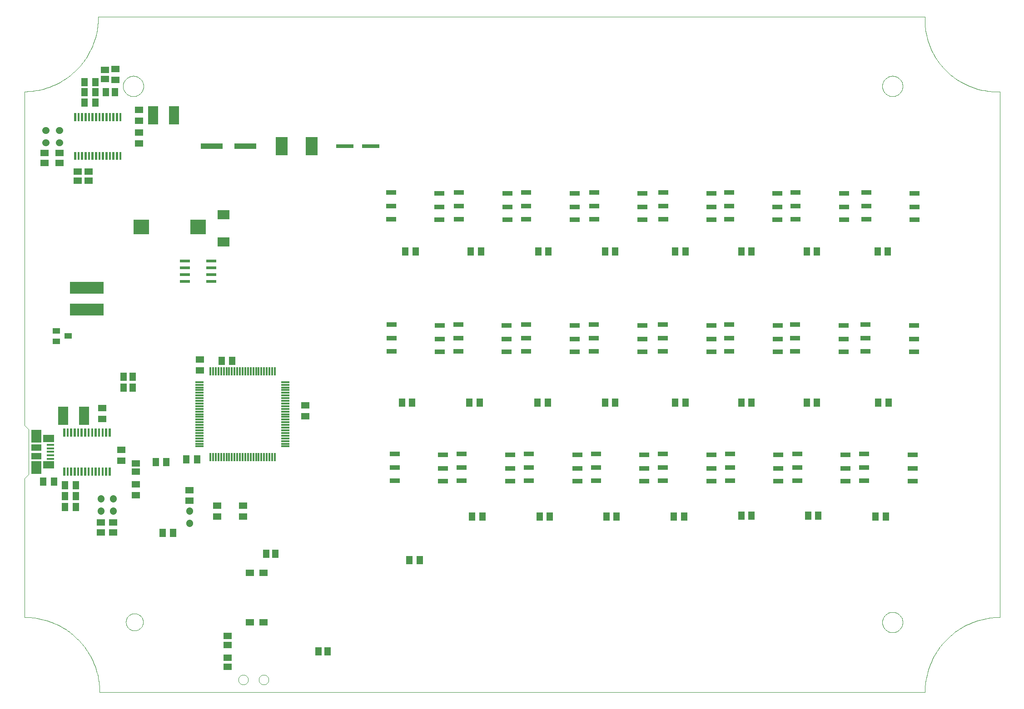
<source format=gtp>
G75*
%MOIN*%
%OFA0B0*%
%FSLAX24Y24*%
%IPPOS*%
%LPD*%
%AMOC8*
5,1,8,0,0,1.08239X$1,22.5*
%
%ADD10C,0.0000*%
%ADD11R,0.0512X0.0630*%
%ADD12R,0.0630X0.0512*%
%ADD13R,0.0591X0.0512*%
%ADD14R,0.0591X0.0118*%
%ADD15R,0.0118X0.0591*%
%ADD16R,0.0512X0.0591*%
%ADD17C,0.0450*%
%ADD18C,0.0030*%
%ADD19R,0.0748X0.1339*%
%ADD20R,0.0760X0.0380*%
%ADD21R,0.0780X0.0220*%
%ADD22R,0.0551X0.0394*%
%ADD23R,0.0543X0.0177*%
%ADD24R,0.0827X0.0581*%
%ADD25R,0.0748X0.0935*%
%ADD26R,0.0748X0.0463*%
%ADD27R,0.0630X0.0460*%
%ADD28R,0.0866X0.0709*%
%ADD29R,0.1150X0.1098*%
%ADD30R,0.2480X0.0866*%
%ADD31R,0.0890X0.1380*%
%ADD32R,0.1600X0.0430*%
%ADD33R,0.1280X0.0300*%
D10*
X007949Y012893D02*
X007947Y013039D01*
X007941Y013186D01*
X007931Y013332D01*
X007918Y013478D01*
X007900Y013623D01*
X007879Y013768D01*
X007854Y013912D01*
X007825Y014056D01*
X007792Y014198D01*
X007755Y014340D01*
X007715Y014481D01*
X007671Y014620D01*
X007623Y014759D01*
X007571Y014896D01*
X007516Y015032D01*
X007457Y015166D01*
X007395Y015298D01*
X007329Y015429D01*
X007260Y015558D01*
X007188Y015685D01*
X007112Y015810D01*
X007032Y015933D01*
X006950Y016054D01*
X006864Y016173D01*
X006775Y016289D01*
X006683Y016403D01*
X006588Y016515D01*
X006490Y016624D01*
X006390Y016730D01*
X006286Y016834D01*
X006180Y016934D01*
X006071Y017032D01*
X005959Y017127D01*
X005845Y017219D01*
X005729Y017308D01*
X005610Y017394D01*
X005489Y017476D01*
X005366Y017556D01*
X005241Y017632D01*
X005114Y017704D01*
X004985Y017773D01*
X004854Y017839D01*
X004722Y017901D01*
X004588Y017960D01*
X004452Y018015D01*
X004315Y018067D01*
X004176Y018115D01*
X004037Y018159D01*
X003896Y018199D01*
X003754Y018236D01*
X003612Y018269D01*
X003468Y018298D01*
X003324Y018323D01*
X003179Y018344D01*
X003034Y018362D01*
X002888Y018375D01*
X002742Y018385D01*
X002595Y018391D01*
X002449Y018393D01*
X002449Y028593D01*
X002749Y028893D01*
X002749Y032193D01*
X002449Y032493D01*
X002428Y056993D01*
X002428Y056994D02*
X002573Y056997D01*
X002718Y057004D01*
X002863Y057015D01*
X003008Y057029D01*
X003152Y057048D01*
X003296Y057070D01*
X003439Y057096D01*
X003581Y057126D01*
X003722Y057160D01*
X003863Y057197D01*
X004002Y057238D01*
X004141Y057283D01*
X004278Y057331D01*
X004413Y057384D01*
X004548Y057439D01*
X004680Y057498D01*
X004811Y057561D01*
X004941Y057628D01*
X005068Y057697D01*
X005194Y057770D01*
X005318Y057847D01*
X005439Y057926D01*
X005559Y058009D01*
X005676Y058095D01*
X005791Y058184D01*
X005903Y058276D01*
X006013Y058371D01*
X006121Y058469D01*
X006225Y058570D01*
X006327Y058674D01*
X006427Y058780D01*
X006523Y058889D01*
X006617Y059000D01*
X006707Y059114D01*
X006794Y059230D01*
X006879Y059348D01*
X006960Y059469D01*
X007038Y059592D01*
X007112Y059716D01*
X007183Y059843D01*
X007251Y059972D01*
X007316Y060102D01*
X007376Y060234D01*
X007434Y060368D01*
X007487Y060503D01*
X007538Y060639D01*
X007584Y060777D01*
X007627Y060916D01*
X007666Y061056D01*
X007701Y061197D01*
X007733Y061339D01*
X007761Y061481D01*
X007785Y061625D01*
X007805Y061769D01*
X007821Y061913D01*
X007834Y062058D01*
X007842Y062203D01*
X007847Y062348D01*
X007848Y062494D01*
X007849Y062493D02*
X068499Y062493D01*
X068499Y062494D02*
X068495Y062350D01*
X068494Y062207D01*
X068498Y062064D01*
X068506Y061921D01*
X068517Y061778D01*
X068533Y061635D01*
X068552Y061493D01*
X068575Y061352D01*
X068602Y061211D01*
X068633Y061071D01*
X068667Y060932D01*
X068705Y060794D01*
X068747Y060657D01*
X068793Y060521D01*
X068842Y060387D01*
X068895Y060254D01*
X068952Y060122D01*
X069012Y059992D01*
X069076Y059864D01*
X069143Y059737D01*
X069213Y059612D01*
X069287Y059489D01*
X069364Y059369D01*
X069445Y059250D01*
X069528Y059134D01*
X069615Y059020D01*
X069705Y058908D01*
X069797Y058799D01*
X069893Y058692D01*
X069992Y058588D01*
X070093Y058487D01*
X070197Y058388D01*
X070304Y058292D01*
X070413Y058200D01*
X070525Y058110D01*
X070639Y058023D01*
X070755Y057940D01*
X070874Y057859D01*
X070994Y057782D01*
X071117Y057708D01*
X071242Y057638D01*
X071369Y057571D01*
X071497Y057507D01*
X071627Y057447D01*
X071759Y057390D01*
X071892Y057337D01*
X072026Y057288D01*
X072162Y057242D01*
X072299Y057200D01*
X072437Y057162D01*
X072576Y057128D01*
X072716Y057097D01*
X072857Y057070D01*
X072998Y057047D01*
X073140Y057028D01*
X073283Y057012D01*
X073426Y057001D01*
X073569Y056993D01*
X073712Y056989D01*
X073855Y056990D01*
X073999Y056994D01*
X073999Y056993D02*
X073999Y018393D01*
X073853Y018391D01*
X073706Y018385D01*
X073560Y018375D01*
X073414Y018362D01*
X073269Y018344D01*
X073124Y018323D01*
X072980Y018298D01*
X072836Y018269D01*
X072694Y018236D01*
X072552Y018199D01*
X072411Y018159D01*
X072272Y018115D01*
X072133Y018067D01*
X071996Y018015D01*
X071860Y017960D01*
X071726Y017901D01*
X071594Y017839D01*
X071463Y017773D01*
X071334Y017704D01*
X071207Y017632D01*
X071082Y017556D01*
X070959Y017476D01*
X070838Y017394D01*
X070719Y017308D01*
X070603Y017219D01*
X070489Y017127D01*
X070377Y017032D01*
X070268Y016934D01*
X070162Y016834D01*
X070058Y016730D01*
X069958Y016624D01*
X069860Y016515D01*
X069765Y016403D01*
X069673Y016289D01*
X069584Y016173D01*
X069498Y016054D01*
X069416Y015933D01*
X069336Y015810D01*
X069260Y015685D01*
X069188Y015558D01*
X069119Y015429D01*
X069053Y015298D01*
X068991Y015166D01*
X068932Y015032D01*
X068877Y014896D01*
X068825Y014759D01*
X068777Y014620D01*
X068733Y014481D01*
X068693Y014340D01*
X068656Y014198D01*
X068623Y014056D01*
X068594Y013912D01*
X068569Y013768D01*
X068548Y013623D01*
X068530Y013478D01*
X068517Y013332D01*
X068507Y013186D01*
X068501Y013039D01*
X068499Y012893D01*
X007949Y012893D01*
X009881Y018037D02*
X009883Y018087D01*
X009889Y018137D01*
X009899Y018186D01*
X009913Y018234D01*
X009930Y018281D01*
X009951Y018326D01*
X009976Y018370D01*
X010004Y018411D01*
X010036Y018450D01*
X010070Y018487D01*
X010107Y018521D01*
X010147Y018551D01*
X010189Y018578D01*
X010233Y018602D01*
X010279Y018623D01*
X010326Y018639D01*
X010374Y018652D01*
X010424Y018661D01*
X010473Y018666D01*
X010524Y018667D01*
X010574Y018664D01*
X010623Y018657D01*
X010672Y018646D01*
X010720Y018631D01*
X010766Y018613D01*
X010811Y018591D01*
X010854Y018565D01*
X010895Y018536D01*
X010934Y018504D01*
X010970Y018469D01*
X011002Y018431D01*
X011032Y018391D01*
X011059Y018348D01*
X011082Y018304D01*
X011101Y018258D01*
X011117Y018210D01*
X011129Y018161D01*
X011137Y018112D01*
X011141Y018062D01*
X011141Y018012D01*
X011137Y017962D01*
X011129Y017913D01*
X011117Y017864D01*
X011101Y017816D01*
X011082Y017770D01*
X011059Y017726D01*
X011032Y017683D01*
X011002Y017643D01*
X010970Y017605D01*
X010934Y017570D01*
X010895Y017538D01*
X010854Y017509D01*
X010811Y017483D01*
X010766Y017461D01*
X010720Y017443D01*
X010672Y017428D01*
X010623Y017417D01*
X010574Y017410D01*
X010524Y017407D01*
X010473Y017408D01*
X010424Y017413D01*
X010374Y017422D01*
X010326Y017435D01*
X010279Y017451D01*
X010233Y017472D01*
X010189Y017496D01*
X010147Y017523D01*
X010107Y017553D01*
X010070Y017587D01*
X010036Y017624D01*
X010004Y017663D01*
X009976Y017704D01*
X009951Y017748D01*
X009930Y017793D01*
X009913Y017840D01*
X009899Y017888D01*
X009889Y017937D01*
X009883Y017987D01*
X009881Y018037D01*
X018137Y013802D02*
X018139Y013839D01*
X018145Y013876D01*
X018154Y013911D01*
X018168Y013946D01*
X018184Y013979D01*
X018205Y014010D01*
X018228Y014039D01*
X018254Y014065D01*
X018283Y014088D01*
X018314Y014109D01*
X018347Y014125D01*
X018382Y014139D01*
X018417Y014148D01*
X018454Y014154D01*
X018491Y014156D01*
X018528Y014154D01*
X018565Y014148D01*
X018600Y014139D01*
X018635Y014125D01*
X018668Y014109D01*
X018699Y014088D01*
X018728Y014065D01*
X018754Y014039D01*
X018777Y014010D01*
X018798Y013979D01*
X018814Y013946D01*
X018828Y013911D01*
X018837Y013876D01*
X018843Y013839D01*
X018845Y013802D01*
X018843Y013765D01*
X018837Y013728D01*
X018828Y013693D01*
X018814Y013658D01*
X018798Y013625D01*
X018777Y013594D01*
X018754Y013565D01*
X018728Y013539D01*
X018699Y013516D01*
X018668Y013495D01*
X018635Y013479D01*
X018600Y013465D01*
X018565Y013456D01*
X018528Y013450D01*
X018491Y013448D01*
X018454Y013450D01*
X018417Y013456D01*
X018382Y013465D01*
X018347Y013479D01*
X018314Y013495D01*
X018283Y013516D01*
X018254Y013539D01*
X018228Y013565D01*
X018205Y013594D01*
X018184Y013625D01*
X018168Y013658D01*
X018154Y013693D01*
X018145Y013728D01*
X018139Y013765D01*
X018137Y013802D01*
X019633Y013802D02*
X019635Y013839D01*
X019641Y013876D01*
X019650Y013911D01*
X019664Y013946D01*
X019680Y013979D01*
X019701Y014010D01*
X019724Y014039D01*
X019750Y014065D01*
X019779Y014088D01*
X019810Y014109D01*
X019843Y014125D01*
X019878Y014139D01*
X019913Y014148D01*
X019950Y014154D01*
X019987Y014156D01*
X020024Y014154D01*
X020061Y014148D01*
X020096Y014139D01*
X020131Y014125D01*
X020164Y014109D01*
X020195Y014088D01*
X020224Y014065D01*
X020250Y014039D01*
X020273Y014010D01*
X020294Y013979D01*
X020310Y013946D01*
X020324Y013911D01*
X020333Y013876D01*
X020339Y013839D01*
X020341Y013802D01*
X020339Y013765D01*
X020333Y013728D01*
X020324Y013693D01*
X020310Y013658D01*
X020294Y013625D01*
X020273Y013594D01*
X020250Y013565D01*
X020224Y013539D01*
X020195Y013516D01*
X020164Y013495D01*
X020131Y013479D01*
X020096Y013465D01*
X020061Y013456D01*
X020024Y013450D01*
X019987Y013448D01*
X019950Y013450D01*
X019913Y013456D01*
X019878Y013465D01*
X019843Y013479D01*
X019810Y013495D01*
X019779Y013516D01*
X019750Y013539D01*
X019724Y013565D01*
X019701Y013594D01*
X019680Y013625D01*
X019664Y013658D01*
X019650Y013693D01*
X019641Y013728D01*
X019635Y013765D01*
X019633Y013802D01*
X065377Y018021D02*
X065379Y018076D01*
X065385Y018130D01*
X065395Y018184D01*
X065409Y018236D01*
X065426Y018288D01*
X065448Y018338D01*
X065473Y018387D01*
X065501Y018434D01*
X065533Y018478D01*
X065568Y018520D01*
X065606Y018559D01*
X065647Y018596D01*
X065690Y018629D01*
X065735Y018659D01*
X065783Y018686D01*
X065832Y018709D01*
X065883Y018729D01*
X065936Y018745D01*
X065989Y018757D01*
X066043Y018765D01*
X066098Y018769D01*
X066152Y018769D01*
X066207Y018765D01*
X066261Y018757D01*
X066314Y018745D01*
X066367Y018729D01*
X066418Y018709D01*
X066467Y018686D01*
X066515Y018659D01*
X066560Y018629D01*
X066603Y018596D01*
X066644Y018559D01*
X066682Y018520D01*
X066717Y018478D01*
X066749Y018434D01*
X066777Y018387D01*
X066802Y018338D01*
X066824Y018288D01*
X066841Y018236D01*
X066855Y018184D01*
X066865Y018130D01*
X066871Y018076D01*
X066873Y018021D01*
X066871Y017966D01*
X066865Y017912D01*
X066855Y017858D01*
X066841Y017806D01*
X066824Y017754D01*
X066802Y017704D01*
X066777Y017655D01*
X066749Y017608D01*
X066717Y017564D01*
X066682Y017522D01*
X066644Y017483D01*
X066603Y017446D01*
X066560Y017413D01*
X066515Y017383D01*
X066467Y017356D01*
X066418Y017333D01*
X066367Y017313D01*
X066314Y017297D01*
X066261Y017285D01*
X066207Y017277D01*
X066152Y017273D01*
X066098Y017273D01*
X066043Y017277D01*
X065989Y017285D01*
X065936Y017297D01*
X065883Y017313D01*
X065832Y017333D01*
X065783Y017356D01*
X065735Y017383D01*
X065690Y017413D01*
X065647Y017446D01*
X065606Y017483D01*
X065568Y017522D01*
X065533Y017564D01*
X065501Y017608D01*
X065473Y017655D01*
X065448Y017704D01*
X065426Y017754D01*
X065409Y017806D01*
X065395Y017858D01*
X065385Y017912D01*
X065379Y017966D01*
X065377Y018021D01*
X065377Y057391D02*
X065379Y057446D01*
X065385Y057500D01*
X065395Y057554D01*
X065409Y057606D01*
X065426Y057658D01*
X065448Y057708D01*
X065473Y057757D01*
X065501Y057804D01*
X065533Y057848D01*
X065568Y057890D01*
X065606Y057929D01*
X065647Y057966D01*
X065690Y057999D01*
X065735Y058029D01*
X065783Y058056D01*
X065832Y058079D01*
X065883Y058099D01*
X065936Y058115D01*
X065989Y058127D01*
X066043Y058135D01*
X066098Y058139D01*
X066152Y058139D01*
X066207Y058135D01*
X066261Y058127D01*
X066314Y058115D01*
X066367Y058099D01*
X066418Y058079D01*
X066467Y058056D01*
X066515Y058029D01*
X066560Y057999D01*
X066603Y057966D01*
X066644Y057929D01*
X066682Y057890D01*
X066717Y057848D01*
X066749Y057804D01*
X066777Y057757D01*
X066802Y057708D01*
X066824Y057658D01*
X066841Y057606D01*
X066855Y057554D01*
X066865Y057500D01*
X066871Y057446D01*
X066873Y057391D01*
X066871Y057336D01*
X066865Y057282D01*
X066855Y057228D01*
X066841Y057176D01*
X066824Y057124D01*
X066802Y057074D01*
X066777Y057025D01*
X066749Y056978D01*
X066717Y056934D01*
X066682Y056892D01*
X066644Y056853D01*
X066603Y056816D01*
X066560Y056783D01*
X066515Y056753D01*
X066467Y056726D01*
X066418Y056703D01*
X066367Y056683D01*
X066314Y056667D01*
X066261Y056655D01*
X066207Y056647D01*
X066152Y056643D01*
X066098Y056643D01*
X066043Y056647D01*
X065989Y056655D01*
X065936Y056667D01*
X065883Y056683D01*
X065832Y056703D01*
X065783Y056726D01*
X065735Y056753D01*
X065690Y056783D01*
X065647Y056816D01*
X065606Y056853D01*
X065568Y056892D01*
X065533Y056934D01*
X065501Y056978D01*
X065473Y057025D01*
X065448Y057074D01*
X065426Y057124D01*
X065409Y057176D01*
X065395Y057228D01*
X065385Y057282D01*
X065379Y057336D01*
X065377Y057391D01*
X009668Y057391D02*
X009670Y057446D01*
X009676Y057500D01*
X009686Y057554D01*
X009700Y057606D01*
X009717Y057658D01*
X009739Y057708D01*
X009764Y057757D01*
X009792Y057804D01*
X009824Y057848D01*
X009859Y057890D01*
X009897Y057929D01*
X009938Y057966D01*
X009981Y057999D01*
X010026Y058029D01*
X010074Y058056D01*
X010123Y058079D01*
X010174Y058099D01*
X010227Y058115D01*
X010280Y058127D01*
X010334Y058135D01*
X010389Y058139D01*
X010443Y058139D01*
X010498Y058135D01*
X010552Y058127D01*
X010605Y058115D01*
X010658Y058099D01*
X010709Y058079D01*
X010758Y058056D01*
X010806Y058029D01*
X010851Y057999D01*
X010894Y057966D01*
X010935Y057929D01*
X010973Y057890D01*
X011008Y057848D01*
X011040Y057804D01*
X011068Y057757D01*
X011093Y057708D01*
X011115Y057658D01*
X011132Y057606D01*
X011146Y057554D01*
X011156Y057500D01*
X011162Y057446D01*
X011164Y057391D01*
X011162Y057336D01*
X011156Y057282D01*
X011146Y057228D01*
X011132Y057176D01*
X011115Y057124D01*
X011093Y057074D01*
X011068Y057025D01*
X011040Y056978D01*
X011008Y056934D01*
X010973Y056892D01*
X010935Y056853D01*
X010894Y056816D01*
X010851Y056783D01*
X010806Y056753D01*
X010758Y056726D01*
X010709Y056703D01*
X010658Y056683D01*
X010605Y056667D01*
X010552Y056655D01*
X010498Y056647D01*
X010443Y056643D01*
X010389Y056643D01*
X010334Y056647D01*
X010280Y056655D01*
X010227Y056667D01*
X010174Y056683D01*
X010123Y056703D01*
X010074Y056726D01*
X010026Y056753D01*
X009981Y056783D01*
X009938Y056816D01*
X009897Y056853D01*
X009859Y056892D01*
X009824Y056934D01*
X009792Y056978D01*
X009764Y057025D01*
X009739Y057074D01*
X009717Y057124D01*
X009700Y057176D01*
X009686Y057228D01*
X009676Y057282D01*
X009670Y057336D01*
X009668Y057391D01*
D11*
X007642Y057693D03*
X007642Y056943D03*
X007642Y056193D03*
X006855Y056193D03*
X006855Y056943D03*
X006855Y057693D03*
X016899Y037215D03*
X017686Y037215D03*
X015092Y029993D03*
X014305Y029993D03*
X013348Y024602D03*
X012561Y024602D03*
X006192Y026493D03*
X005405Y026493D03*
X005405Y027293D03*
X006192Y027293D03*
X006192Y028093D03*
X005405Y028093D03*
X004592Y028343D03*
X003805Y028343D03*
D12*
X009549Y029900D03*
X009549Y030687D03*
X008149Y032950D03*
X008149Y033737D03*
X015299Y036530D03*
X015299Y037317D03*
X023049Y033937D03*
X023049Y033150D03*
X018477Y026576D03*
X018477Y025789D03*
X016577Y025789D03*
X016577Y026576D03*
X010599Y027350D03*
X010599Y028137D03*
X010849Y053200D03*
X010849Y053987D03*
X010849Y054850D03*
X010849Y055637D03*
X009099Y057850D03*
X009099Y058637D03*
D13*
X008349Y058578D03*
X008349Y057909D03*
X005000Y052493D03*
X003900Y052493D03*
X003900Y051745D03*
X005000Y051745D03*
X006349Y051128D03*
X006349Y050459D03*
X007149Y050459D03*
X007149Y051128D03*
X014549Y027717D03*
X014549Y026969D03*
X008949Y025367D03*
X008949Y024619D03*
X008049Y024619D03*
X008049Y025367D03*
X018968Y021637D03*
X019964Y021637D03*
X019964Y018015D03*
X018968Y018015D03*
X017349Y017028D03*
X017349Y016359D03*
X017349Y015428D03*
X017349Y014759D03*
D14*
X015288Y030937D03*
X015288Y031134D03*
X015288Y031331D03*
X015288Y031528D03*
X015288Y031725D03*
X015288Y031922D03*
X015288Y032118D03*
X015288Y032315D03*
X015288Y032512D03*
X015288Y032709D03*
X015288Y032906D03*
X015288Y033103D03*
X015288Y033300D03*
X015288Y033496D03*
X015288Y033693D03*
X015288Y033890D03*
X015288Y034087D03*
X015288Y034284D03*
X015288Y034481D03*
X015288Y034678D03*
X015288Y034874D03*
X015288Y035071D03*
X015288Y035268D03*
X015288Y035465D03*
X015288Y035662D03*
X021587Y035662D03*
X021587Y035465D03*
X021587Y035268D03*
X021587Y035071D03*
X021587Y034874D03*
X021587Y034678D03*
X021587Y034481D03*
X021587Y034284D03*
X021587Y034087D03*
X021587Y033890D03*
X021587Y033693D03*
X021587Y033496D03*
X021587Y033300D03*
X021587Y033103D03*
X021587Y032906D03*
X021587Y032709D03*
X021587Y032512D03*
X021587Y032315D03*
X021587Y032118D03*
X021587Y031922D03*
X021587Y031725D03*
X021587Y031528D03*
X021587Y031331D03*
X021587Y031134D03*
X021587Y030937D03*
D15*
X020800Y030150D03*
X020603Y030150D03*
X020406Y030150D03*
X020209Y030150D03*
X020012Y030150D03*
X019816Y030150D03*
X019619Y030150D03*
X019422Y030150D03*
X019225Y030150D03*
X019028Y030150D03*
X018831Y030150D03*
X018635Y030150D03*
X018438Y030150D03*
X018241Y030150D03*
X018044Y030150D03*
X017847Y030150D03*
X017650Y030150D03*
X017453Y030150D03*
X017257Y030150D03*
X017060Y030150D03*
X016863Y030150D03*
X016666Y030150D03*
X016469Y030150D03*
X016272Y030150D03*
X016075Y030150D03*
X016075Y036449D03*
X016272Y036449D03*
X016469Y036449D03*
X016666Y036449D03*
X016863Y036449D03*
X017060Y036449D03*
X017257Y036449D03*
X017453Y036449D03*
X017650Y036449D03*
X017847Y036449D03*
X018044Y036449D03*
X018241Y036449D03*
X018438Y036449D03*
X018635Y036449D03*
X018831Y036449D03*
X019028Y036449D03*
X019225Y036449D03*
X019422Y036449D03*
X019619Y036449D03*
X019816Y036449D03*
X020012Y036449D03*
X020209Y036449D03*
X020406Y036449D03*
X020603Y036449D03*
X020800Y036449D03*
D16*
X012823Y029793D03*
X012074Y029793D03*
X010383Y035243D03*
X009714Y035243D03*
X009714Y036043D03*
X010383Y036043D03*
X020166Y023044D03*
X020835Y023044D03*
X023989Y015893D03*
X024658Y015893D03*
X030674Y022573D03*
X031423Y022573D03*
X035274Y025793D03*
X036023Y025793D03*
X040224Y025793D03*
X040973Y025793D03*
X045124Y025793D03*
X045873Y025793D03*
X050074Y025793D03*
X050823Y025793D03*
X055024Y025843D03*
X055773Y025843D03*
X059924Y025843D03*
X060673Y025843D03*
X064874Y025793D03*
X065623Y025793D03*
X065823Y034143D03*
X065074Y034143D03*
X060573Y034143D03*
X059824Y034143D03*
X055773Y034143D03*
X055024Y034143D03*
X050923Y034143D03*
X050174Y034143D03*
X045773Y034143D03*
X045024Y034143D03*
X040823Y034143D03*
X040074Y034143D03*
X035823Y034143D03*
X035074Y034143D03*
X030873Y034143D03*
X030124Y034143D03*
X030374Y045243D03*
X031123Y045243D03*
X035174Y045243D03*
X035923Y045243D03*
X040124Y045243D03*
X040873Y045243D03*
X045024Y045243D03*
X045773Y045243D03*
X050174Y045243D03*
X050923Y045243D03*
X055024Y045243D03*
X055773Y045243D03*
X059824Y045243D03*
X060573Y045243D03*
X065024Y045243D03*
X065773Y045243D03*
X009083Y056943D03*
X008414Y056943D03*
D17*
X005025Y054154D02*
X004975Y054154D01*
X005025Y054154D02*
X005025Y054104D01*
X004975Y054104D01*
X004975Y054154D01*
X004975Y053254D02*
X005025Y053254D01*
X005025Y053204D01*
X004975Y053204D01*
X004975Y053254D01*
X004025Y053254D02*
X003975Y053254D01*
X004025Y053254D02*
X004025Y053204D01*
X003975Y053204D01*
X003975Y053254D01*
X003975Y054154D02*
X004025Y054154D01*
X004025Y054104D01*
X003975Y054104D01*
X003975Y054154D01*
X008024Y027118D02*
X008074Y027118D01*
X008074Y027068D01*
X008024Y027068D01*
X008024Y027118D01*
X008924Y027118D02*
X008974Y027118D01*
X008974Y027068D01*
X008924Y027068D01*
X008924Y027118D01*
X008924Y026218D02*
X008974Y026218D01*
X008974Y026168D01*
X008924Y026168D01*
X008924Y026218D01*
X008074Y026218D02*
X008024Y026218D01*
X008074Y026218D02*
X008074Y026168D01*
X008024Y026168D01*
X008024Y026218D01*
X014524Y026168D02*
X014574Y026168D01*
X014524Y026168D02*
X014524Y026218D01*
X014574Y026218D01*
X014574Y026168D01*
X014574Y025268D02*
X014524Y025268D01*
X014524Y025318D01*
X014574Y025318D01*
X014574Y025268D01*
D18*
X008722Y029396D02*
X008602Y029396D01*
X008722Y029396D02*
X008722Y028836D01*
X008602Y028836D01*
X008602Y029396D01*
X008602Y028865D02*
X008722Y028865D01*
X008722Y028894D02*
X008602Y028894D01*
X008602Y028923D02*
X008722Y028923D01*
X008722Y028952D02*
X008602Y028952D01*
X008602Y028981D02*
X008722Y028981D01*
X008722Y029010D02*
X008602Y029010D01*
X008602Y029039D02*
X008722Y029039D01*
X008722Y029068D02*
X008602Y029068D01*
X008602Y029097D02*
X008722Y029097D01*
X008722Y029126D02*
X008602Y029126D01*
X008602Y029155D02*
X008722Y029155D01*
X008722Y029184D02*
X008602Y029184D01*
X008602Y029213D02*
X008722Y029213D01*
X008722Y029242D02*
X008602Y029242D01*
X008602Y029271D02*
X008722Y029271D01*
X008722Y029300D02*
X008602Y029300D01*
X008602Y029329D02*
X008722Y029329D01*
X008722Y029358D02*
X008602Y029358D01*
X008602Y029387D02*
X008722Y029387D01*
X008466Y029396D02*
X008346Y029396D01*
X008466Y029396D02*
X008466Y028836D01*
X008346Y028836D01*
X008346Y029396D01*
X008346Y028865D02*
X008466Y028865D01*
X008466Y028894D02*
X008346Y028894D01*
X008346Y028923D02*
X008466Y028923D01*
X008466Y028952D02*
X008346Y028952D01*
X008346Y028981D02*
X008466Y028981D01*
X008466Y029010D02*
X008346Y029010D01*
X008346Y029039D02*
X008466Y029039D01*
X008466Y029068D02*
X008346Y029068D01*
X008346Y029097D02*
X008466Y029097D01*
X008466Y029126D02*
X008346Y029126D01*
X008346Y029155D02*
X008466Y029155D01*
X008466Y029184D02*
X008346Y029184D01*
X008346Y029213D02*
X008466Y029213D01*
X008466Y029242D02*
X008346Y029242D01*
X008346Y029271D02*
X008466Y029271D01*
X008466Y029300D02*
X008346Y029300D01*
X008346Y029329D02*
X008466Y029329D01*
X008466Y029358D02*
X008346Y029358D01*
X008346Y029387D02*
X008466Y029387D01*
X008210Y029396D02*
X008090Y029396D01*
X008210Y029396D02*
X008210Y028836D01*
X008090Y028836D01*
X008090Y029396D01*
X008090Y028865D02*
X008210Y028865D01*
X008210Y028894D02*
X008090Y028894D01*
X008090Y028923D02*
X008210Y028923D01*
X008210Y028952D02*
X008090Y028952D01*
X008090Y028981D02*
X008210Y028981D01*
X008210Y029010D02*
X008090Y029010D01*
X008090Y029039D02*
X008210Y029039D01*
X008210Y029068D02*
X008090Y029068D01*
X008090Y029097D02*
X008210Y029097D01*
X008210Y029126D02*
X008090Y029126D01*
X008090Y029155D02*
X008210Y029155D01*
X008210Y029184D02*
X008090Y029184D01*
X008090Y029213D02*
X008210Y029213D01*
X008210Y029242D02*
X008090Y029242D01*
X008090Y029271D02*
X008210Y029271D01*
X008210Y029300D02*
X008090Y029300D01*
X008090Y029329D02*
X008210Y029329D01*
X008210Y029358D02*
X008090Y029358D01*
X008090Y029387D02*
X008210Y029387D01*
X007954Y029396D02*
X007834Y029396D01*
X007954Y029396D02*
X007954Y028836D01*
X007834Y028836D01*
X007834Y029396D01*
X007834Y028865D02*
X007954Y028865D01*
X007954Y028894D02*
X007834Y028894D01*
X007834Y028923D02*
X007954Y028923D01*
X007954Y028952D02*
X007834Y028952D01*
X007834Y028981D02*
X007954Y028981D01*
X007954Y029010D02*
X007834Y029010D01*
X007834Y029039D02*
X007954Y029039D01*
X007954Y029068D02*
X007834Y029068D01*
X007834Y029097D02*
X007954Y029097D01*
X007954Y029126D02*
X007834Y029126D01*
X007834Y029155D02*
X007954Y029155D01*
X007954Y029184D02*
X007834Y029184D01*
X007834Y029213D02*
X007954Y029213D01*
X007954Y029242D02*
X007834Y029242D01*
X007834Y029271D02*
X007954Y029271D01*
X007954Y029300D02*
X007834Y029300D01*
X007834Y029329D02*
X007954Y029329D01*
X007954Y029358D02*
X007834Y029358D01*
X007834Y029387D02*
X007954Y029387D01*
X007698Y029396D02*
X007578Y029396D01*
X007698Y029396D02*
X007698Y028836D01*
X007578Y028836D01*
X007578Y029396D01*
X007578Y028865D02*
X007698Y028865D01*
X007698Y028894D02*
X007578Y028894D01*
X007578Y028923D02*
X007698Y028923D01*
X007698Y028952D02*
X007578Y028952D01*
X007578Y028981D02*
X007698Y028981D01*
X007698Y029010D02*
X007578Y029010D01*
X007578Y029039D02*
X007698Y029039D01*
X007698Y029068D02*
X007578Y029068D01*
X007578Y029097D02*
X007698Y029097D01*
X007698Y029126D02*
X007578Y029126D01*
X007578Y029155D02*
X007698Y029155D01*
X007698Y029184D02*
X007578Y029184D01*
X007578Y029213D02*
X007698Y029213D01*
X007698Y029242D02*
X007578Y029242D01*
X007578Y029271D02*
X007698Y029271D01*
X007698Y029300D02*
X007578Y029300D01*
X007578Y029329D02*
X007698Y029329D01*
X007698Y029358D02*
X007578Y029358D01*
X007578Y029387D02*
X007698Y029387D01*
X007442Y029396D02*
X007322Y029396D01*
X007442Y029396D02*
X007442Y028836D01*
X007322Y028836D01*
X007322Y029396D01*
X007322Y028865D02*
X007442Y028865D01*
X007442Y028894D02*
X007322Y028894D01*
X007322Y028923D02*
X007442Y028923D01*
X007442Y028952D02*
X007322Y028952D01*
X007322Y028981D02*
X007442Y028981D01*
X007442Y029010D02*
X007322Y029010D01*
X007322Y029039D02*
X007442Y029039D01*
X007442Y029068D02*
X007322Y029068D01*
X007322Y029097D02*
X007442Y029097D01*
X007442Y029126D02*
X007322Y029126D01*
X007322Y029155D02*
X007442Y029155D01*
X007442Y029184D02*
X007322Y029184D01*
X007322Y029213D02*
X007442Y029213D01*
X007442Y029242D02*
X007322Y029242D01*
X007322Y029271D02*
X007442Y029271D01*
X007442Y029300D02*
X007322Y029300D01*
X007322Y029329D02*
X007442Y029329D01*
X007442Y029358D02*
X007322Y029358D01*
X007322Y029387D02*
X007442Y029387D01*
X007186Y029396D02*
X007066Y029396D01*
X007186Y029396D02*
X007186Y028836D01*
X007066Y028836D01*
X007066Y029396D01*
X007066Y028865D02*
X007186Y028865D01*
X007186Y028894D02*
X007066Y028894D01*
X007066Y028923D02*
X007186Y028923D01*
X007186Y028952D02*
X007066Y028952D01*
X007066Y028981D02*
X007186Y028981D01*
X007186Y029010D02*
X007066Y029010D01*
X007066Y029039D02*
X007186Y029039D01*
X007186Y029068D02*
X007066Y029068D01*
X007066Y029097D02*
X007186Y029097D01*
X007186Y029126D02*
X007066Y029126D01*
X007066Y029155D02*
X007186Y029155D01*
X007186Y029184D02*
X007066Y029184D01*
X007066Y029213D02*
X007186Y029213D01*
X007186Y029242D02*
X007066Y029242D01*
X007066Y029271D02*
X007186Y029271D01*
X007186Y029300D02*
X007066Y029300D01*
X007066Y029329D02*
X007186Y029329D01*
X007186Y029358D02*
X007066Y029358D01*
X007066Y029387D02*
X007186Y029387D01*
X006931Y029396D02*
X006811Y029396D01*
X006931Y029396D02*
X006931Y028836D01*
X006811Y028836D01*
X006811Y029396D01*
X006811Y028865D02*
X006931Y028865D01*
X006931Y028894D02*
X006811Y028894D01*
X006811Y028923D02*
X006931Y028923D01*
X006931Y028952D02*
X006811Y028952D01*
X006811Y028981D02*
X006931Y028981D01*
X006931Y029010D02*
X006811Y029010D01*
X006811Y029039D02*
X006931Y029039D01*
X006931Y029068D02*
X006811Y029068D01*
X006811Y029097D02*
X006931Y029097D01*
X006931Y029126D02*
X006811Y029126D01*
X006811Y029155D02*
X006931Y029155D01*
X006931Y029184D02*
X006811Y029184D01*
X006811Y029213D02*
X006931Y029213D01*
X006931Y029242D02*
X006811Y029242D01*
X006811Y029271D02*
X006931Y029271D01*
X006931Y029300D02*
X006811Y029300D01*
X006811Y029329D02*
X006931Y029329D01*
X006931Y029358D02*
X006811Y029358D01*
X006811Y029387D02*
X006931Y029387D01*
X006675Y029396D02*
X006555Y029396D01*
X006675Y029396D02*
X006675Y028836D01*
X006555Y028836D01*
X006555Y029396D01*
X006555Y028865D02*
X006675Y028865D01*
X006675Y028894D02*
X006555Y028894D01*
X006555Y028923D02*
X006675Y028923D01*
X006675Y028952D02*
X006555Y028952D01*
X006555Y028981D02*
X006675Y028981D01*
X006675Y029010D02*
X006555Y029010D01*
X006555Y029039D02*
X006675Y029039D01*
X006675Y029068D02*
X006555Y029068D01*
X006555Y029097D02*
X006675Y029097D01*
X006675Y029126D02*
X006555Y029126D01*
X006555Y029155D02*
X006675Y029155D01*
X006675Y029184D02*
X006555Y029184D01*
X006555Y029213D02*
X006675Y029213D01*
X006675Y029242D02*
X006555Y029242D01*
X006555Y029271D02*
X006675Y029271D01*
X006675Y029300D02*
X006555Y029300D01*
X006555Y029329D02*
X006675Y029329D01*
X006675Y029358D02*
X006555Y029358D01*
X006555Y029387D02*
X006675Y029387D01*
X006419Y029396D02*
X006299Y029396D01*
X006419Y029396D02*
X006419Y028836D01*
X006299Y028836D01*
X006299Y029396D01*
X006299Y028865D02*
X006419Y028865D01*
X006419Y028894D02*
X006299Y028894D01*
X006299Y028923D02*
X006419Y028923D01*
X006419Y028952D02*
X006299Y028952D01*
X006299Y028981D02*
X006419Y028981D01*
X006419Y029010D02*
X006299Y029010D01*
X006299Y029039D02*
X006419Y029039D01*
X006419Y029068D02*
X006299Y029068D01*
X006299Y029097D02*
X006419Y029097D01*
X006419Y029126D02*
X006299Y029126D01*
X006299Y029155D02*
X006419Y029155D01*
X006419Y029184D02*
X006299Y029184D01*
X006299Y029213D02*
X006419Y029213D01*
X006419Y029242D02*
X006299Y029242D01*
X006299Y029271D02*
X006419Y029271D01*
X006419Y029300D02*
X006299Y029300D01*
X006299Y029329D02*
X006419Y029329D01*
X006419Y029358D02*
X006299Y029358D01*
X006299Y029387D02*
X006419Y029387D01*
X006163Y029396D02*
X006043Y029396D01*
X006163Y029396D02*
X006163Y028836D01*
X006043Y028836D01*
X006043Y029396D01*
X006043Y028865D02*
X006163Y028865D01*
X006163Y028894D02*
X006043Y028894D01*
X006043Y028923D02*
X006163Y028923D01*
X006163Y028952D02*
X006043Y028952D01*
X006043Y028981D02*
X006163Y028981D01*
X006163Y029010D02*
X006043Y029010D01*
X006043Y029039D02*
X006163Y029039D01*
X006163Y029068D02*
X006043Y029068D01*
X006043Y029097D02*
X006163Y029097D01*
X006163Y029126D02*
X006043Y029126D01*
X006043Y029155D02*
X006163Y029155D01*
X006163Y029184D02*
X006043Y029184D01*
X006043Y029213D02*
X006163Y029213D01*
X006163Y029242D02*
X006043Y029242D01*
X006043Y029271D02*
X006163Y029271D01*
X006163Y029300D02*
X006043Y029300D01*
X006043Y029329D02*
X006163Y029329D01*
X006163Y029358D02*
X006043Y029358D01*
X006043Y029387D02*
X006163Y029387D01*
X005907Y029396D02*
X005787Y029396D01*
X005907Y029396D02*
X005907Y028836D01*
X005787Y028836D01*
X005787Y029396D01*
X005787Y028865D02*
X005907Y028865D01*
X005907Y028894D02*
X005787Y028894D01*
X005787Y028923D02*
X005907Y028923D01*
X005907Y028952D02*
X005787Y028952D01*
X005787Y028981D02*
X005907Y028981D01*
X005907Y029010D02*
X005787Y029010D01*
X005787Y029039D02*
X005907Y029039D01*
X005907Y029068D02*
X005787Y029068D01*
X005787Y029097D02*
X005907Y029097D01*
X005907Y029126D02*
X005787Y029126D01*
X005787Y029155D02*
X005907Y029155D01*
X005907Y029184D02*
X005787Y029184D01*
X005787Y029213D02*
X005907Y029213D01*
X005907Y029242D02*
X005787Y029242D01*
X005787Y029271D02*
X005907Y029271D01*
X005907Y029300D02*
X005787Y029300D01*
X005787Y029329D02*
X005907Y029329D01*
X005907Y029358D02*
X005787Y029358D01*
X005787Y029387D02*
X005907Y029387D01*
X005651Y029396D02*
X005531Y029396D01*
X005651Y029396D02*
X005651Y028836D01*
X005531Y028836D01*
X005531Y029396D01*
X005531Y028865D02*
X005651Y028865D01*
X005651Y028894D02*
X005531Y028894D01*
X005531Y028923D02*
X005651Y028923D01*
X005651Y028952D02*
X005531Y028952D01*
X005531Y028981D02*
X005651Y028981D01*
X005651Y029010D02*
X005531Y029010D01*
X005531Y029039D02*
X005651Y029039D01*
X005651Y029068D02*
X005531Y029068D01*
X005531Y029097D02*
X005651Y029097D01*
X005651Y029126D02*
X005531Y029126D01*
X005531Y029155D02*
X005651Y029155D01*
X005651Y029184D02*
X005531Y029184D01*
X005531Y029213D02*
X005651Y029213D01*
X005651Y029242D02*
X005531Y029242D01*
X005531Y029271D02*
X005651Y029271D01*
X005651Y029300D02*
X005531Y029300D01*
X005531Y029329D02*
X005651Y029329D01*
X005651Y029358D02*
X005531Y029358D01*
X005531Y029387D02*
X005651Y029387D01*
X005395Y029396D02*
X005275Y029396D01*
X005395Y029396D02*
X005395Y028836D01*
X005275Y028836D01*
X005275Y029396D01*
X005275Y028865D02*
X005395Y028865D01*
X005395Y028894D02*
X005275Y028894D01*
X005275Y028923D02*
X005395Y028923D01*
X005395Y028952D02*
X005275Y028952D01*
X005275Y028981D02*
X005395Y028981D01*
X005395Y029010D02*
X005275Y029010D01*
X005275Y029039D02*
X005395Y029039D01*
X005395Y029068D02*
X005275Y029068D01*
X005275Y029097D02*
X005395Y029097D01*
X005395Y029126D02*
X005275Y029126D01*
X005275Y029155D02*
X005395Y029155D01*
X005395Y029184D02*
X005275Y029184D01*
X005275Y029213D02*
X005395Y029213D01*
X005395Y029242D02*
X005275Y029242D01*
X005275Y029271D02*
X005395Y029271D01*
X005395Y029300D02*
X005275Y029300D01*
X005275Y029329D02*
X005395Y029329D01*
X005395Y029358D02*
X005275Y029358D01*
X005275Y029387D02*
X005395Y029387D01*
X005395Y032250D02*
X005275Y032250D01*
X005395Y032250D02*
X005395Y031690D01*
X005275Y031690D01*
X005275Y032250D01*
X005275Y031719D02*
X005395Y031719D01*
X005395Y031748D02*
X005275Y031748D01*
X005275Y031777D02*
X005395Y031777D01*
X005395Y031806D02*
X005275Y031806D01*
X005275Y031835D02*
X005395Y031835D01*
X005395Y031864D02*
X005275Y031864D01*
X005275Y031893D02*
X005395Y031893D01*
X005395Y031922D02*
X005275Y031922D01*
X005275Y031951D02*
X005395Y031951D01*
X005395Y031980D02*
X005275Y031980D01*
X005275Y032009D02*
X005395Y032009D01*
X005395Y032038D02*
X005275Y032038D01*
X005275Y032067D02*
X005395Y032067D01*
X005395Y032096D02*
X005275Y032096D01*
X005275Y032125D02*
X005395Y032125D01*
X005395Y032154D02*
X005275Y032154D01*
X005275Y032183D02*
X005395Y032183D01*
X005395Y032212D02*
X005275Y032212D01*
X005275Y032241D02*
X005395Y032241D01*
X005531Y032250D02*
X005651Y032250D01*
X005651Y031690D01*
X005531Y031690D01*
X005531Y032250D01*
X005531Y031719D02*
X005651Y031719D01*
X005651Y031748D02*
X005531Y031748D01*
X005531Y031777D02*
X005651Y031777D01*
X005651Y031806D02*
X005531Y031806D01*
X005531Y031835D02*
X005651Y031835D01*
X005651Y031864D02*
X005531Y031864D01*
X005531Y031893D02*
X005651Y031893D01*
X005651Y031922D02*
X005531Y031922D01*
X005531Y031951D02*
X005651Y031951D01*
X005651Y031980D02*
X005531Y031980D01*
X005531Y032009D02*
X005651Y032009D01*
X005651Y032038D02*
X005531Y032038D01*
X005531Y032067D02*
X005651Y032067D01*
X005651Y032096D02*
X005531Y032096D01*
X005531Y032125D02*
X005651Y032125D01*
X005651Y032154D02*
X005531Y032154D01*
X005531Y032183D02*
X005651Y032183D01*
X005651Y032212D02*
X005531Y032212D01*
X005531Y032241D02*
X005651Y032241D01*
X005787Y032250D02*
X005907Y032250D01*
X005907Y031690D01*
X005787Y031690D01*
X005787Y032250D01*
X005787Y031719D02*
X005907Y031719D01*
X005907Y031748D02*
X005787Y031748D01*
X005787Y031777D02*
X005907Y031777D01*
X005907Y031806D02*
X005787Y031806D01*
X005787Y031835D02*
X005907Y031835D01*
X005907Y031864D02*
X005787Y031864D01*
X005787Y031893D02*
X005907Y031893D01*
X005907Y031922D02*
X005787Y031922D01*
X005787Y031951D02*
X005907Y031951D01*
X005907Y031980D02*
X005787Y031980D01*
X005787Y032009D02*
X005907Y032009D01*
X005907Y032038D02*
X005787Y032038D01*
X005787Y032067D02*
X005907Y032067D01*
X005907Y032096D02*
X005787Y032096D01*
X005787Y032125D02*
X005907Y032125D01*
X005907Y032154D02*
X005787Y032154D01*
X005787Y032183D02*
X005907Y032183D01*
X005907Y032212D02*
X005787Y032212D01*
X005787Y032241D02*
X005907Y032241D01*
X006043Y032250D02*
X006163Y032250D01*
X006163Y031690D01*
X006043Y031690D01*
X006043Y032250D01*
X006043Y031719D02*
X006163Y031719D01*
X006163Y031748D02*
X006043Y031748D01*
X006043Y031777D02*
X006163Y031777D01*
X006163Y031806D02*
X006043Y031806D01*
X006043Y031835D02*
X006163Y031835D01*
X006163Y031864D02*
X006043Y031864D01*
X006043Y031893D02*
X006163Y031893D01*
X006163Y031922D02*
X006043Y031922D01*
X006043Y031951D02*
X006163Y031951D01*
X006163Y031980D02*
X006043Y031980D01*
X006043Y032009D02*
X006163Y032009D01*
X006163Y032038D02*
X006043Y032038D01*
X006043Y032067D02*
X006163Y032067D01*
X006163Y032096D02*
X006043Y032096D01*
X006043Y032125D02*
X006163Y032125D01*
X006163Y032154D02*
X006043Y032154D01*
X006043Y032183D02*
X006163Y032183D01*
X006163Y032212D02*
X006043Y032212D01*
X006043Y032241D02*
X006163Y032241D01*
X006299Y032250D02*
X006419Y032250D01*
X006419Y031690D01*
X006299Y031690D01*
X006299Y032250D01*
X006299Y031719D02*
X006419Y031719D01*
X006419Y031748D02*
X006299Y031748D01*
X006299Y031777D02*
X006419Y031777D01*
X006419Y031806D02*
X006299Y031806D01*
X006299Y031835D02*
X006419Y031835D01*
X006419Y031864D02*
X006299Y031864D01*
X006299Y031893D02*
X006419Y031893D01*
X006419Y031922D02*
X006299Y031922D01*
X006299Y031951D02*
X006419Y031951D01*
X006419Y031980D02*
X006299Y031980D01*
X006299Y032009D02*
X006419Y032009D01*
X006419Y032038D02*
X006299Y032038D01*
X006299Y032067D02*
X006419Y032067D01*
X006419Y032096D02*
X006299Y032096D01*
X006299Y032125D02*
X006419Y032125D01*
X006419Y032154D02*
X006299Y032154D01*
X006299Y032183D02*
X006419Y032183D01*
X006419Y032212D02*
X006299Y032212D01*
X006299Y032241D02*
X006419Y032241D01*
X006555Y032250D02*
X006675Y032250D01*
X006675Y031690D01*
X006555Y031690D01*
X006555Y032250D01*
X006555Y031719D02*
X006675Y031719D01*
X006675Y031748D02*
X006555Y031748D01*
X006555Y031777D02*
X006675Y031777D01*
X006675Y031806D02*
X006555Y031806D01*
X006555Y031835D02*
X006675Y031835D01*
X006675Y031864D02*
X006555Y031864D01*
X006555Y031893D02*
X006675Y031893D01*
X006675Y031922D02*
X006555Y031922D01*
X006555Y031951D02*
X006675Y031951D01*
X006675Y031980D02*
X006555Y031980D01*
X006555Y032009D02*
X006675Y032009D01*
X006675Y032038D02*
X006555Y032038D01*
X006555Y032067D02*
X006675Y032067D01*
X006675Y032096D02*
X006555Y032096D01*
X006555Y032125D02*
X006675Y032125D01*
X006675Y032154D02*
X006555Y032154D01*
X006555Y032183D02*
X006675Y032183D01*
X006675Y032212D02*
X006555Y032212D01*
X006555Y032241D02*
X006675Y032241D01*
X006811Y032250D02*
X006931Y032250D01*
X006931Y031690D01*
X006811Y031690D01*
X006811Y032250D01*
X006811Y031719D02*
X006931Y031719D01*
X006931Y031748D02*
X006811Y031748D01*
X006811Y031777D02*
X006931Y031777D01*
X006931Y031806D02*
X006811Y031806D01*
X006811Y031835D02*
X006931Y031835D01*
X006931Y031864D02*
X006811Y031864D01*
X006811Y031893D02*
X006931Y031893D01*
X006931Y031922D02*
X006811Y031922D01*
X006811Y031951D02*
X006931Y031951D01*
X006931Y031980D02*
X006811Y031980D01*
X006811Y032009D02*
X006931Y032009D01*
X006931Y032038D02*
X006811Y032038D01*
X006811Y032067D02*
X006931Y032067D01*
X006931Y032096D02*
X006811Y032096D01*
X006811Y032125D02*
X006931Y032125D01*
X006931Y032154D02*
X006811Y032154D01*
X006811Y032183D02*
X006931Y032183D01*
X006931Y032212D02*
X006811Y032212D01*
X006811Y032241D02*
X006931Y032241D01*
X007066Y032250D02*
X007186Y032250D01*
X007186Y031690D01*
X007066Y031690D01*
X007066Y032250D01*
X007066Y031719D02*
X007186Y031719D01*
X007186Y031748D02*
X007066Y031748D01*
X007066Y031777D02*
X007186Y031777D01*
X007186Y031806D02*
X007066Y031806D01*
X007066Y031835D02*
X007186Y031835D01*
X007186Y031864D02*
X007066Y031864D01*
X007066Y031893D02*
X007186Y031893D01*
X007186Y031922D02*
X007066Y031922D01*
X007066Y031951D02*
X007186Y031951D01*
X007186Y031980D02*
X007066Y031980D01*
X007066Y032009D02*
X007186Y032009D01*
X007186Y032038D02*
X007066Y032038D01*
X007066Y032067D02*
X007186Y032067D01*
X007186Y032096D02*
X007066Y032096D01*
X007066Y032125D02*
X007186Y032125D01*
X007186Y032154D02*
X007066Y032154D01*
X007066Y032183D02*
X007186Y032183D01*
X007186Y032212D02*
X007066Y032212D01*
X007066Y032241D02*
X007186Y032241D01*
X007322Y032250D02*
X007442Y032250D01*
X007442Y031690D01*
X007322Y031690D01*
X007322Y032250D01*
X007322Y031719D02*
X007442Y031719D01*
X007442Y031748D02*
X007322Y031748D01*
X007322Y031777D02*
X007442Y031777D01*
X007442Y031806D02*
X007322Y031806D01*
X007322Y031835D02*
X007442Y031835D01*
X007442Y031864D02*
X007322Y031864D01*
X007322Y031893D02*
X007442Y031893D01*
X007442Y031922D02*
X007322Y031922D01*
X007322Y031951D02*
X007442Y031951D01*
X007442Y031980D02*
X007322Y031980D01*
X007322Y032009D02*
X007442Y032009D01*
X007442Y032038D02*
X007322Y032038D01*
X007322Y032067D02*
X007442Y032067D01*
X007442Y032096D02*
X007322Y032096D01*
X007322Y032125D02*
X007442Y032125D01*
X007442Y032154D02*
X007322Y032154D01*
X007322Y032183D02*
X007442Y032183D01*
X007442Y032212D02*
X007322Y032212D01*
X007322Y032241D02*
X007442Y032241D01*
X007578Y032250D02*
X007698Y032250D01*
X007698Y031690D01*
X007578Y031690D01*
X007578Y032250D01*
X007578Y031719D02*
X007698Y031719D01*
X007698Y031748D02*
X007578Y031748D01*
X007578Y031777D02*
X007698Y031777D01*
X007698Y031806D02*
X007578Y031806D01*
X007578Y031835D02*
X007698Y031835D01*
X007698Y031864D02*
X007578Y031864D01*
X007578Y031893D02*
X007698Y031893D01*
X007698Y031922D02*
X007578Y031922D01*
X007578Y031951D02*
X007698Y031951D01*
X007698Y031980D02*
X007578Y031980D01*
X007578Y032009D02*
X007698Y032009D01*
X007698Y032038D02*
X007578Y032038D01*
X007578Y032067D02*
X007698Y032067D01*
X007698Y032096D02*
X007578Y032096D01*
X007578Y032125D02*
X007698Y032125D01*
X007698Y032154D02*
X007578Y032154D01*
X007578Y032183D02*
X007698Y032183D01*
X007698Y032212D02*
X007578Y032212D01*
X007578Y032241D02*
X007698Y032241D01*
X007834Y032250D02*
X007954Y032250D01*
X007954Y031690D01*
X007834Y031690D01*
X007834Y032250D01*
X007834Y031719D02*
X007954Y031719D01*
X007954Y031748D02*
X007834Y031748D01*
X007834Y031777D02*
X007954Y031777D01*
X007954Y031806D02*
X007834Y031806D01*
X007834Y031835D02*
X007954Y031835D01*
X007954Y031864D02*
X007834Y031864D01*
X007834Y031893D02*
X007954Y031893D01*
X007954Y031922D02*
X007834Y031922D01*
X007834Y031951D02*
X007954Y031951D01*
X007954Y031980D02*
X007834Y031980D01*
X007834Y032009D02*
X007954Y032009D01*
X007954Y032038D02*
X007834Y032038D01*
X007834Y032067D02*
X007954Y032067D01*
X007954Y032096D02*
X007834Y032096D01*
X007834Y032125D02*
X007954Y032125D01*
X007954Y032154D02*
X007834Y032154D01*
X007834Y032183D02*
X007954Y032183D01*
X007954Y032212D02*
X007834Y032212D01*
X007834Y032241D02*
X007954Y032241D01*
X008090Y032250D02*
X008210Y032250D01*
X008210Y031690D01*
X008090Y031690D01*
X008090Y032250D01*
X008090Y031719D02*
X008210Y031719D01*
X008210Y031748D02*
X008090Y031748D01*
X008090Y031777D02*
X008210Y031777D01*
X008210Y031806D02*
X008090Y031806D01*
X008090Y031835D02*
X008210Y031835D01*
X008210Y031864D02*
X008090Y031864D01*
X008090Y031893D02*
X008210Y031893D01*
X008210Y031922D02*
X008090Y031922D01*
X008090Y031951D02*
X008210Y031951D01*
X008210Y031980D02*
X008090Y031980D01*
X008090Y032009D02*
X008210Y032009D01*
X008210Y032038D02*
X008090Y032038D01*
X008090Y032067D02*
X008210Y032067D01*
X008210Y032096D02*
X008090Y032096D01*
X008090Y032125D02*
X008210Y032125D01*
X008210Y032154D02*
X008090Y032154D01*
X008090Y032183D02*
X008210Y032183D01*
X008210Y032212D02*
X008090Y032212D01*
X008090Y032241D02*
X008210Y032241D01*
X008346Y032250D02*
X008466Y032250D01*
X008466Y031690D01*
X008346Y031690D01*
X008346Y032250D01*
X008346Y031719D02*
X008466Y031719D01*
X008466Y031748D02*
X008346Y031748D01*
X008346Y031777D02*
X008466Y031777D01*
X008466Y031806D02*
X008346Y031806D01*
X008346Y031835D02*
X008466Y031835D01*
X008466Y031864D02*
X008346Y031864D01*
X008346Y031893D02*
X008466Y031893D01*
X008466Y031922D02*
X008346Y031922D01*
X008346Y031951D02*
X008466Y031951D01*
X008466Y031980D02*
X008346Y031980D01*
X008346Y032009D02*
X008466Y032009D01*
X008466Y032038D02*
X008346Y032038D01*
X008346Y032067D02*
X008466Y032067D01*
X008466Y032096D02*
X008346Y032096D01*
X008346Y032125D02*
X008466Y032125D01*
X008466Y032154D02*
X008346Y032154D01*
X008346Y032183D02*
X008466Y032183D01*
X008466Y032212D02*
X008346Y032212D01*
X008346Y032241D02*
X008466Y032241D01*
X008602Y032250D02*
X008722Y032250D01*
X008722Y031690D01*
X008602Y031690D01*
X008602Y032250D01*
X008602Y031719D02*
X008722Y031719D01*
X008722Y031748D02*
X008602Y031748D01*
X008602Y031777D02*
X008722Y031777D01*
X008722Y031806D02*
X008602Y031806D01*
X008602Y031835D02*
X008722Y031835D01*
X008722Y031864D02*
X008602Y031864D01*
X008602Y031893D02*
X008722Y031893D01*
X008722Y031922D02*
X008602Y031922D01*
X008602Y031951D02*
X008722Y031951D01*
X008722Y031980D02*
X008602Y031980D01*
X008602Y032009D02*
X008722Y032009D01*
X008722Y032038D02*
X008602Y032038D01*
X008602Y032067D02*
X008722Y032067D01*
X008722Y032096D02*
X008602Y032096D01*
X008602Y032125D02*
X008722Y032125D01*
X008722Y032154D02*
X008602Y032154D01*
X008602Y032183D02*
X008722Y032183D01*
X008722Y032212D02*
X008602Y032212D01*
X008602Y032241D02*
X008722Y032241D01*
X008748Y052007D02*
X008628Y052007D01*
X008628Y052567D01*
X008748Y052567D01*
X008748Y052007D01*
X008748Y052036D02*
X008628Y052036D01*
X008628Y052065D02*
X008748Y052065D01*
X008748Y052094D02*
X008628Y052094D01*
X008628Y052123D02*
X008748Y052123D01*
X008748Y052152D02*
X008628Y052152D01*
X008628Y052181D02*
X008748Y052181D01*
X008748Y052210D02*
X008628Y052210D01*
X008628Y052239D02*
X008748Y052239D01*
X008748Y052268D02*
X008628Y052268D01*
X008628Y052297D02*
X008748Y052297D01*
X008748Y052326D02*
X008628Y052326D01*
X008628Y052355D02*
X008748Y052355D01*
X008748Y052384D02*
X008628Y052384D01*
X008628Y052413D02*
X008748Y052413D01*
X008748Y052442D02*
X008628Y052442D01*
X008628Y052471D02*
X008748Y052471D01*
X008748Y052500D02*
X008628Y052500D01*
X008628Y052529D02*
X008748Y052529D01*
X008748Y052558D02*
X008628Y052558D01*
X008492Y052007D02*
X008372Y052007D01*
X008372Y052567D01*
X008492Y052567D01*
X008492Y052007D01*
X008492Y052036D02*
X008372Y052036D01*
X008372Y052065D02*
X008492Y052065D01*
X008492Y052094D02*
X008372Y052094D01*
X008372Y052123D02*
X008492Y052123D01*
X008492Y052152D02*
X008372Y052152D01*
X008372Y052181D02*
X008492Y052181D01*
X008492Y052210D02*
X008372Y052210D01*
X008372Y052239D02*
X008492Y052239D01*
X008492Y052268D02*
X008372Y052268D01*
X008372Y052297D02*
X008492Y052297D01*
X008492Y052326D02*
X008372Y052326D01*
X008372Y052355D02*
X008492Y052355D01*
X008492Y052384D02*
X008372Y052384D01*
X008372Y052413D02*
X008492Y052413D01*
X008492Y052442D02*
X008372Y052442D01*
X008372Y052471D02*
X008492Y052471D01*
X008492Y052500D02*
X008372Y052500D01*
X008372Y052529D02*
X008492Y052529D01*
X008492Y052558D02*
X008372Y052558D01*
X008237Y052007D02*
X008117Y052007D01*
X008117Y052567D01*
X008237Y052567D01*
X008237Y052007D01*
X008237Y052036D02*
X008117Y052036D01*
X008117Y052065D02*
X008237Y052065D01*
X008237Y052094D02*
X008117Y052094D01*
X008117Y052123D02*
X008237Y052123D01*
X008237Y052152D02*
X008117Y052152D01*
X008117Y052181D02*
X008237Y052181D01*
X008237Y052210D02*
X008117Y052210D01*
X008117Y052239D02*
X008237Y052239D01*
X008237Y052268D02*
X008117Y052268D01*
X008117Y052297D02*
X008237Y052297D01*
X008237Y052326D02*
X008117Y052326D01*
X008117Y052355D02*
X008237Y052355D01*
X008237Y052384D02*
X008117Y052384D01*
X008117Y052413D02*
X008237Y052413D01*
X008237Y052442D02*
X008117Y052442D01*
X008117Y052471D02*
X008237Y052471D01*
X008237Y052500D02*
X008117Y052500D01*
X008117Y052529D02*
X008237Y052529D01*
X008237Y052558D02*
X008117Y052558D01*
X007981Y052007D02*
X007861Y052007D01*
X007861Y052567D01*
X007981Y052567D01*
X007981Y052007D01*
X007981Y052036D02*
X007861Y052036D01*
X007861Y052065D02*
X007981Y052065D01*
X007981Y052094D02*
X007861Y052094D01*
X007861Y052123D02*
X007981Y052123D01*
X007981Y052152D02*
X007861Y052152D01*
X007861Y052181D02*
X007981Y052181D01*
X007981Y052210D02*
X007861Y052210D01*
X007861Y052239D02*
X007981Y052239D01*
X007981Y052268D02*
X007861Y052268D01*
X007861Y052297D02*
X007981Y052297D01*
X007981Y052326D02*
X007861Y052326D01*
X007861Y052355D02*
X007981Y052355D01*
X007981Y052384D02*
X007861Y052384D01*
X007861Y052413D02*
X007981Y052413D01*
X007981Y052442D02*
X007861Y052442D01*
X007861Y052471D02*
X007981Y052471D01*
X007981Y052500D02*
X007861Y052500D01*
X007861Y052529D02*
X007981Y052529D01*
X007981Y052558D02*
X007861Y052558D01*
X007725Y052007D02*
X007605Y052007D01*
X007605Y052567D01*
X007725Y052567D01*
X007725Y052007D01*
X007725Y052036D02*
X007605Y052036D01*
X007605Y052065D02*
X007725Y052065D01*
X007725Y052094D02*
X007605Y052094D01*
X007605Y052123D02*
X007725Y052123D01*
X007725Y052152D02*
X007605Y052152D01*
X007605Y052181D02*
X007725Y052181D01*
X007725Y052210D02*
X007605Y052210D01*
X007605Y052239D02*
X007725Y052239D01*
X007725Y052268D02*
X007605Y052268D01*
X007605Y052297D02*
X007725Y052297D01*
X007725Y052326D02*
X007605Y052326D01*
X007605Y052355D02*
X007725Y052355D01*
X007725Y052384D02*
X007605Y052384D01*
X007605Y052413D02*
X007725Y052413D01*
X007725Y052442D02*
X007605Y052442D01*
X007605Y052471D02*
X007725Y052471D01*
X007725Y052500D02*
X007605Y052500D01*
X007605Y052529D02*
X007725Y052529D01*
X007725Y052558D02*
X007605Y052558D01*
X007469Y052007D02*
X007349Y052007D01*
X007349Y052567D01*
X007469Y052567D01*
X007469Y052007D01*
X007469Y052036D02*
X007349Y052036D01*
X007349Y052065D02*
X007469Y052065D01*
X007469Y052094D02*
X007349Y052094D01*
X007349Y052123D02*
X007469Y052123D01*
X007469Y052152D02*
X007349Y052152D01*
X007349Y052181D02*
X007469Y052181D01*
X007469Y052210D02*
X007349Y052210D01*
X007349Y052239D02*
X007469Y052239D01*
X007469Y052268D02*
X007349Y052268D01*
X007349Y052297D02*
X007469Y052297D01*
X007469Y052326D02*
X007349Y052326D01*
X007349Y052355D02*
X007469Y052355D01*
X007469Y052384D02*
X007349Y052384D01*
X007349Y052413D02*
X007469Y052413D01*
X007469Y052442D02*
X007349Y052442D01*
X007349Y052471D02*
X007469Y052471D01*
X007469Y052500D02*
X007349Y052500D01*
X007349Y052529D02*
X007469Y052529D01*
X007469Y052558D02*
X007349Y052558D01*
X007213Y052007D02*
X007093Y052007D01*
X007093Y052567D01*
X007213Y052567D01*
X007213Y052007D01*
X007213Y052036D02*
X007093Y052036D01*
X007093Y052065D02*
X007213Y052065D01*
X007213Y052094D02*
X007093Y052094D01*
X007093Y052123D02*
X007213Y052123D01*
X007213Y052152D02*
X007093Y052152D01*
X007093Y052181D02*
X007213Y052181D01*
X007213Y052210D02*
X007093Y052210D01*
X007093Y052239D02*
X007213Y052239D01*
X007213Y052268D02*
X007093Y052268D01*
X007093Y052297D02*
X007213Y052297D01*
X007213Y052326D02*
X007093Y052326D01*
X007093Y052355D02*
X007213Y052355D01*
X007213Y052384D02*
X007093Y052384D01*
X007093Y052413D02*
X007213Y052413D01*
X007213Y052442D02*
X007093Y052442D01*
X007093Y052471D02*
X007213Y052471D01*
X007213Y052500D02*
X007093Y052500D01*
X007093Y052529D02*
X007213Y052529D01*
X007213Y052558D02*
X007093Y052558D01*
X006957Y052007D02*
X006837Y052007D01*
X006837Y052567D01*
X006957Y052567D01*
X006957Y052007D01*
X006957Y052036D02*
X006837Y052036D01*
X006837Y052065D02*
X006957Y052065D01*
X006957Y052094D02*
X006837Y052094D01*
X006837Y052123D02*
X006957Y052123D01*
X006957Y052152D02*
X006837Y052152D01*
X006837Y052181D02*
X006957Y052181D01*
X006957Y052210D02*
X006837Y052210D01*
X006837Y052239D02*
X006957Y052239D01*
X006957Y052268D02*
X006837Y052268D01*
X006837Y052297D02*
X006957Y052297D01*
X006957Y052326D02*
X006837Y052326D01*
X006837Y052355D02*
X006957Y052355D01*
X006957Y052384D02*
X006837Y052384D01*
X006837Y052413D02*
X006957Y052413D01*
X006957Y052442D02*
X006837Y052442D01*
X006837Y052471D02*
X006957Y052471D01*
X006957Y052500D02*
X006837Y052500D01*
X006837Y052529D02*
X006957Y052529D01*
X006957Y052558D02*
X006837Y052558D01*
X006701Y052007D02*
X006581Y052007D01*
X006581Y052567D01*
X006701Y052567D01*
X006701Y052007D01*
X006701Y052036D02*
X006581Y052036D01*
X006581Y052065D02*
X006701Y052065D01*
X006701Y052094D02*
X006581Y052094D01*
X006581Y052123D02*
X006701Y052123D01*
X006701Y052152D02*
X006581Y052152D01*
X006581Y052181D02*
X006701Y052181D01*
X006701Y052210D02*
X006581Y052210D01*
X006581Y052239D02*
X006701Y052239D01*
X006701Y052268D02*
X006581Y052268D01*
X006581Y052297D02*
X006701Y052297D01*
X006701Y052326D02*
X006581Y052326D01*
X006581Y052355D02*
X006701Y052355D01*
X006701Y052384D02*
X006581Y052384D01*
X006581Y052413D02*
X006701Y052413D01*
X006701Y052442D02*
X006581Y052442D01*
X006581Y052471D02*
X006701Y052471D01*
X006701Y052500D02*
X006581Y052500D01*
X006581Y052529D02*
X006701Y052529D01*
X006701Y052558D02*
X006581Y052558D01*
X006445Y052007D02*
X006325Y052007D01*
X006325Y052567D01*
X006445Y052567D01*
X006445Y052007D01*
X006445Y052036D02*
X006325Y052036D01*
X006325Y052065D02*
X006445Y052065D01*
X006445Y052094D02*
X006325Y052094D01*
X006325Y052123D02*
X006445Y052123D01*
X006445Y052152D02*
X006325Y052152D01*
X006325Y052181D02*
X006445Y052181D01*
X006445Y052210D02*
X006325Y052210D01*
X006325Y052239D02*
X006445Y052239D01*
X006445Y052268D02*
X006325Y052268D01*
X006325Y052297D02*
X006445Y052297D01*
X006445Y052326D02*
X006325Y052326D01*
X006325Y052355D02*
X006445Y052355D01*
X006445Y052384D02*
X006325Y052384D01*
X006325Y052413D02*
X006445Y052413D01*
X006445Y052442D02*
X006325Y052442D01*
X006325Y052471D02*
X006445Y052471D01*
X006445Y052500D02*
X006325Y052500D01*
X006325Y052529D02*
X006445Y052529D01*
X006445Y052558D02*
X006325Y052558D01*
X006189Y052007D02*
X006069Y052007D01*
X006069Y052567D01*
X006189Y052567D01*
X006189Y052007D01*
X006189Y052036D02*
X006069Y052036D01*
X006069Y052065D02*
X006189Y052065D01*
X006189Y052094D02*
X006069Y052094D01*
X006069Y052123D02*
X006189Y052123D01*
X006189Y052152D02*
X006069Y052152D01*
X006069Y052181D02*
X006189Y052181D01*
X006189Y052210D02*
X006069Y052210D01*
X006069Y052239D02*
X006189Y052239D01*
X006189Y052268D02*
X006069Y052268D01*
X006069Y052297D02*
X006189Y052297D01*
X006189Y052326D02*
X006069Y052326D01*
X006069Y052355D02*
X006189Y052355D01*
X006189Y052384D02*
X006069Y052384D01*
X006069Y052413D02*
X006189Y052413D01*
X006189Y052442D02*
X006069Y052442D01*
X006069Y052471D02*
X006189Y052471D01*
X006189Y052500D02*
X006069Y052500D01*
X006069Y052529D02*
X006189Y052529D01*
X006189Y052558D02*
X006069Y052558D01*
X006069Y054862D02*
X006189Y054862D01*
X006069Y054862D02*
X006069Y055422D01*
X006189Y055422D01*
X006189Y054862D01*
X006189Y054891D02*
X006069Y054891D01*
X006069Y054920D02*
X006189Y054920D01*
X006189Y054949D02*
X006069Y054949D01*
X006069Y054978D02*
X006189Y054978D01*
X006189Y055007D02*
X006069Y055007D01*
X006069Y055036D02*
X006189Y055036D01*
X006189Y055065D02*
X006069Y055065D01*
X006069Y055094D02*
X006189Y055094D01*
X006189Y055123D02*
X006069Y055123D01*
X006069Y055152D02*
X006189Y055152D01*
X006189Y055181D02*
X006069Y055181D01*
X006069Y055210D02*
X006189Y055210D01*
X006189Y055239D02*
X006069Y055239D01*
X006069Y055268D02*
X006189Y055268D01*
X006189Y055297D02*
X006069Y055297D01*
X006069Y055326D02*
X006189Y055326D01*
X006189Y055355D02*
X006069Y055355D01*
X006069Y055384D02*
X006189Y055384D01*
X006189Y055413D02*
X006069Y055413D01*
X006325Y054862D02*
X006445Y054862D01*
X006325Y054862D02*
X006325Y055422D01*
X006445Y055422D01*
X006445Y054862D01*
X006445Y054891D02*
X006325Y054891D01*
X006325Y054920D02*
X006445Y054920D01*
X006445Y054949D02*
X006325Y054949D01*
X006325Y054978D02*
X006445Y054978D01*
X006445Y055007D02*
X006325Y055007D01*
X006325Y055036D02*
X006445Y055036D01*
X006445Y055065D02*
X006325Y055065D01*
X006325Y055094D02*
X006445Y055094D01*
X006445Y055123D02*
X006325Y055123D01*
X006325Y055152D02*
X006445Y055152D01*
X006445Y055181D02*
X006325Y055181D01*
X006325Y055210D02*
X006445Y055210D01*
X006445Y055239D02*
X006325Y055239D01*
X006325Y055268D02*
X006445Y055268D01*
X006445Y055297D02*
X006325Y055297D01*
X006325Y055326D02*
X006445Y055326D01*
X006445Y055355D02*
X006325Y055355D01*
X006325Y055384D02*
X006445Y055384D01*
X006445Y055413D02*
X006325Y055413D01*
X006581Y054862D02*
X006701Y054862D01*
X006581Y054862D02*
X006581Y055422D01*
X006701Y055422D01*
X006701Y054862D01*
X006701Y054891D02*
X006581Y054891D01*
X006581Y054920D02*
X006701Y054920D01*
X006701Y054949D02*
X006581Y054949D01*
X006581Y054978D02*
X006701Y054978D01*
X006701Y055007D02*
X006581Y055007D01*
X006581Y055036D02*
X006701Y055036D01*
X006701Y055065D02*
X006581Y055065D01*
X006581Y055094D02*
X006701Y055094D01*
X006701Y055123D02*
X006581Y055123D01*
X006581Y055152D02*
X006701Y055152D01*
X006701Y055181D02*
X006581Y055181D01*
X006581Y055210D02*
X006701Y055210D01*
X006701Y055239D02*
X006581Y055239D01*
X006581Y055268D02*
X006701Y055268D01*
X006701Y055297D02*
X006581Y055297D01*
X006581Y055326D02*
X006701Y055326D01*
X006701Y055355D02*
X006581Y055355D01*
X006581Y055384D02*
X006701Y055384D01*
X006701Y055413D02*
X006581Y055413D01*
X006837Y054862D02*
X006957Y054862D01*
X006837Y054862D02*
X006837Y055422D01*
X006957Y055422D01*
X006957Y054862D01*
X006957Y054891D02*
X006837Y054891D01*
X006837Y054920D02*
X006957Y054920D01*
X006957Y054949D02*
X006837Y054949D01*
X006837Y054978D02*
X006957Y054978D01*
X006957Y055007D02*
X006837Y055007D01*
X006837Y055036D02*
X006957Y055036D01*
X006957Y055065D02*
X006837Y055065D01*
X006837Y055094D02*
X006957Y055094D01*
X006957Y055123D02*
X006837Y055123D01*
X006837Y055152D02*
X006957Y055152D01*
X006957Y055181D02*
X006837Y055181D01*
X006837Y055210D02*
X006957Y055210D01*
X006957Y055239D02*
X006837Y055239D01*
X006837Y055268D02*
X006957Y055268D01*
X006957Y055297D02*
X006837Y055297D01*
X006837Y055326D02*
X006957Y055326D01*
X006957Y055355D02*
X006837Y055355D01*
X006837Y055384D02*
X006957Y055384D01*
X006957Y055413D02*
X006837Y055413D01*
X007093Y054862D02*
X007213Y054862D01*
X007093Y054862D02*
X007093Y055422D01*
X007213Y055422D01*
X007213Y054862D01*
X007213Y054891D02*
X007093Y054891D01*
X007093Y054920D02*
X007213Y054920D01*
X007213Y054949D02*
X007093Y054949D01*
X007093Y054978D02*
X007213Y054978D01*
X007213Y055007D02*
X007093Y055007D01*
X007093Y055036D02*
X007213Y055036D01*
X007213Y055065D02*
X007093Y055065D01*
X007093Y055094D02*
X007213Y055094D01*
X007213Y055123D02*
X007093Y055123D01*
X007093Y055152D02*
X007213Y055152D01*
X007213Y055181D02*
X007093Y055181D01*
X007093Y055210D02*
X007213Y055210D01*
X007213Y055239D02*
X007093Y055239D01*
X007093Y055268D02*
X007213Y055268D01*
X007213Y055297D02*
X007093Y055297D01*
X007093Y055326D02*
X007213Y055326D01*
X007213Y055355D02*
X007093Y055355D01*
X007093Y055384D02*
X007213Y055384D01*
X007213Y055413D02*
X007093Y055413D01*
X007349Y054862D02*
X007469Y054862D01*
X007349Y054862D02*
X007349Y055422D01*
X007469Y055422D01*
X007469Y054862D01*
X007469Y054891D02*
X007349Y054891D01*
X007349Y054920D02*
X007469Y054920D01*
X007469Y054949D02*
X007349Y054949D01*
X007349Y054978D02*
X007469Y054978D01*
X007469Y055007D02*
X007349Y055007D01*
X007349Y055036D02*
X007469Y055036D01*
X007469Y055065D02*
X007349Y055065D01*
X007349Y055094D02*
X007469Y055094D01*
X007469Y055123D02*
X007349Y055123D01*
X007349Y055152D02*
X007469Y055152D01*
X007469Y055181D02*
X007349Y055181D01*
X007349Y055210D02*
X007469Y055210D01*
X007469Y055239D02*
X007349Y055239D01*
X007349Y055268D02*
X007469Y055268D01*
X007469Y055297D02*
X007349Y055297D01*
X007349Y055326D02*
X007469Y055326D01*
X007469Y055355D02*
X007349Y055355D01*
X007349Y055384D02*
X007469Y055384D01*
X007469Y055413D02*
X007349Y055413D01*
X007605Y054862D02*
X007725Y054862D01*
X007605Y054862D02*
X007605Y055422D01*
X007725Y055422D01*
X007725Y054862D01*
X007725Y054891D02*
X007605Y054891D01*
X007605Y054920D02*
X007725Y054920D01*
X007725Y054949D02*
X007605Y054949D01*
X007605Y054978D02*
X007725Y054978D01*
X007725Y055007D02*
X007605Y055007D01*
X007605Y055036D02*
X007725Y055036D01*
X007725Y055065D02*
X007605Y055065D01*
X007605Y055094D02*
X007725Y055094D01*
X007725Y055123D02*
X007605Y055123D01*
X007605Y055152D02*
X007725Y055152D01*
X007725Y055181D02*
X007605Y055181D01*
X007605Y055210D02*
X007725Y055210D01*
X007725Y055239D02*
X007605Y055239D01*
X007605Y055268D02*
X007725Y055268D01*
X007725Y055297D02*
X007605Y055297D01*
X007605Y055326D02*
X007725Y055326D01*
X007725Y055355D02*
X007605Y055355D01*
X007605Y055384D02*
X007725Y055384D01*
X007725Y055413D02*
X007605Y055413D01*
X007861Y054862D02*
X007981Y054862D01*
X007861Y054862D02*
X007861Y055422D01*
X007981Y055422D01*
X007981Y054862D01*
X007981Y054891D02*
X007861Y054891D01*
X007861Y054920D02*
X007981Y054920D01*
X007981Y054949D02*
X007861Y054949D01*
X007861Y054978D02*
X007981Y054978D01*
X007981Y055007D02*
X007861Y055007D01*
X007861Y055036D02*
X007981Y055036D01*
X007981Y055065D02*
X007861Y055065D01*
X007861Y055094D02*
X007981Y055094D01*
X007981Y055123D02*
X007861Y055123D01*
X007861Y055152D02*
X007981Y055152D01*
X007981Y055181D02*
X007861Y055181D01*
X007861Y055210D02*
X007981Y055210D01*
X007981Y055239D02*
X007861Y055239D01*
X007861Y055268D02*
X007981Y055268D01*
X007981Y055297D02*
X007861Y055297D01*
X007861Y055326D02*
X007981Y055326D01*
X007981Y055355D02*
X007861Y055355D01*
X007861Y055384D02*
X007981Y055384D01*
X007981Y055413D02*
X007861Y055413D01*
X008117Y054862D02*
X008237Y054862D01*
X008117Y054862D02*
X008117Y055422D01*
X008237Y055422D01*
X008237Y054862D01*
X008237Y054891D02*
X008117Y054891D01*
X008117Y054920D02*
X008237Y054920D01*
X008237Y054949D02*
X008117Y054949D01*
X008117Y054978D02*
X008237Y054978D01*
X008237Y055007D02*
X008117Y055007D01*
X008117Y055036D02*
X008237Y055036D01*
X008237Y055065D02*
X008117Y055065D01*
X008117Y055094D02*
X008237Y055094D01*
X008237Y055123D02*
X008117Y055123D01*
X008117Y055152D02*
X008237Y055152D01*
X008237Y055181D02*
X008117Y055181D01*
X008117Y055210D02*
X008237Y055210D01*
X008237Y055239D02*
X008117Y055239D01*
X008117Y055268D02*
X008237Y055268D01*
X008237Y055297D02*
X008117Y055297D01*
X008117Y055326D02*
X008237Y055326D01*
X008237Y055355D02*
X008117Y055355D01*
X008117Y055384D02*
X008237Y055384D01*
X008237Y055413D02*
X008117Y055413D01*
X008372Y054862D02*
X008492Y054862D01*
X008372Y054862D02*
X008372Y055422D01*
X008492Y055422D01*
X008492Y054862D01*
X008492Y054891D02*
X008372Y054891D01*
X008372Y054920D02*
X008492Y054920D01*
X008492Y054949D02*
X008372Y054949D01*
X008372Y054978D02*
X008492Y054978D01*
X008492Y055007D02*
X008372Y055007D01*
X008372Y055036D02*
X008492Y055036D01*
X008492Y055065D02*
X008372Y055065D01*
X008372Y055094D02*
X008492Y055094D01*
X008492Y055123D02*
X008372Y055123D01*
X008372Y055152D02*
X008492Y055152D01*
X008492Y055181D02*
X008372Y055181D01*
X008372Y055210D02*
X008492Y055210D01*
X008492Y055239D02*
X008372Y055239D01*
X008372Y055268D02*
X008492Y055268D01*
X008492Y055297D02*
X008372Y055297D01*
X008372Y055326D02*
X008492Y055326D01*
X008492Y055355D02*
X008372Y055355D01*
X008372Y055384D02*
X008492Y055384D01*
X008492Y055413D02*
X008372Y055413D01*
X008628Y054862D02*
X008748Y054862D01*
X008628Y054862D02*
X008628Y055422D01*
X008748Y055422D01*
X008748Y054862D01*
X008748Y054891D02*
X008628Y054891D01*
X008628Y054920D02*
X008748Y054920D01*
X008748Y054949D02*
X008628Y054949D01*
X008628Y054978D02*
X008748Y054978D01*
X008748Y055007D02*
X008628Y055007D01*
X008628Y055036D02*
X008748Y055036D01*
X008748Y055065D02*
X008628Y055065D01*
X008628Y055094D02*
X008748Y055094D01*
X008748Y055123D02*
X008628Y055123D01*
X008628Y055152D02*
X008748Y055152D01*
X008748Y055181D02*
X008628Y055181D01*
X008628Y055210D02*
X008748Y055210D01*
X008748Y055239D02*
X008628Y055239D01*
X008628Y055268D02*
X008748Y055268D01*
X008748Y055297D02*
X008628Y055297D01*
X008628Y055326D02*
X008748Y055326D01*
X008748Y055355D02*
X008628Y055355D01*
X008628Y055384D02*
X008748Y055384D01*
X008748Y055413D02*
X008628Y055413D01*
X008884Y054862D02*
X009004Y054862D01*
X008884Y054862D02*
X008884Y055422D01*
X009004Y055422D01*
X009004Y054862D01*
X009004Y054891D02*
X008884Y054891D01*
X008884Y054920D02*
X009004Y054920D01*
X009004Y054949D02*
X008884Y054949D01*
X008884Y054978D02*
X009004Y054978D01*
X009004Y055007D02*
X008884Y055007D01*
X008884Y055036D02*
X009004Y055036D01*
X009004Y055065D02*
X008884Y055065D01*
X008884Y055094D02*
X009004Y055094D01*
X009004Y055123D02*
X008884Y055123D01*
X008884Y055152D02*
X009004Y055152D01*
X009004Y055181D02*
X008884Y055181D01*
X008884Y055210D02*
X009004Y055210D01*
X009004Y055239D02*
X008884Y055239D01*
X008884Y055268D02*
X009004Y055268D01*
X009004Y055297D02*
X008884Y055297D01*
X008884Y055326D02*
X009004Y055326D01*
X009004Y055355D02*
X008884Y055355D01*
X008884Y055384D02*
X009004Y055384D01*
X009004Y055413D02*
X008884Y055413D01*
X009140Y054862D02*
X009260Y054862D01*
X009140Y054862D02*
X009140Y055422D01*
X009260Y055422D01*
X009260Y054862D01*
X009260Y054891D02*
X009140Y054891D01*
X009140Y054920D02*
X009260Y054920D01*
X009260Y054949D02*
X009140Y054949D01*
X009140Y054978D02*
X009260Y054978D01*
X009260Y055007D02*
X009140Y055007D01*
X009140Y055036D02*
X009260Y055036D01*
X009260Y055065D02*
X009140Y055065D01*
X009140Y055094D02*
X009260Y055094D01*
X009260Y055123D02*
X009140Y055123D01*
X009140Y055152D02*
X009260Y055152D01*
X009260Y055181D02*
X009140Y055181D01*
X009140Y055210D02*
X009260Y055210D01*
X009260Y055239D02*
X009140Y055239D01*
X009140Y055268D02*
X009260Y055268D01*
X009260Y055297D02*
X009140Y055297D01*
X009140Y055326D02*
X009260Y055326D01*
X009260Y055355D02*
X009140Y055355D01*
X009140Y055384D02*
X009260Y055384D01*
X009260Y055413D02*
X009140Y055413D01*
X009396Y054862D02*
X009516Y054862D01*
X009396Y054862D02*
X009396Y055422D01*
X009516Y055422D01*
X009516Y054862D01*
X009516Y054891D02*
X009396Y054891D01*
X009396Y054920D02*
X009516Y054920D01*
X009516Y054949D02*
X009396Y054949D01*
X009396Y054978D02*
X009516Y054978D01*
X009516Y055007D02*
X009396Y055007D01*
X009396Y055036D02*
X009516Y055036D01*
X009516Y055065D02*
X009396Y055065D01*
X009396Y055094D02*
X009516Y055094D01*
X009516Y055123D02*
X009396Y055123D01*
X009396Y055152D02*
X009516Y055152D01*
X009516Y055181D02*
X009396Y055181D01*
X009396Y055210D02*
X009516Y055210D01*
X009516Y055239D02*
X009396Y055239D01*
X009396Y055268D02*
X009516Y055268D01*
X009516Y055297D02*
X009396Y055297D01*
X009396Y055326D02*
X009516Y055326D01*
X009516Y055355D02*
X009396Y055355D01*
X009396Y055384D02*
X009516Y055384D01*
X009516Y055413D02*
X009396Y055413D01*
X009396Y052007D02*
X009516Y052007D01*
X009396Y052007D02*
X009396Y052567D01*
X009516Y052567D01*
X009516Y052007D01*
X009516Y052036D02*
X009396Y052036D01*
X009396Y052065D02*
X009516Y052065D01*
X009516Y052094D02*
X009396Y052094D01*
X009396Y052123D02*
X009516Y052123D01*
X009516Y052152D02*
X009396Y052152D01*
X009396Y052181D02*
X009516Y052181D01*
X009516Y052210D02*
X009396Y052210D01*
X009396Y052239D02*
X009516Y052239D01*
X009516Y052268D02*
X009396Y052268D01*
X009396Y052297D02*
X009516Y052297D01*
X009516Y052326D02*
X009396Y052326D01*
X009396Y052355D02*
X009516Y052355D01*
X009516Y052384D02*
X009396Y052384D01*
X009396Y052413D02*
X009516Y052413D01*
X009516Y052442D02*
X009396Y052442D01*
X009396Y052471D02*
X009516Y052471D01*
X009516Y052500D02*
X009396Y052500D01*
X009396Y052529D02*
X009516Y052529D01*
X009516Y052558D02*
X009396Y052558D01*
X009260Y052007D02*
X009140Y052007D01*
X009140Y052567D01*
X009260Y052567D01*
X009260Y052007D01*
X009260Y052036D02*
X009140Y052036D01*
X009140Y052065D02*
X009260Y052065D01*
X009260Y052094D02*
X009140Y052094D01*
X009140Y052123D02*
X009260Y052123D01*
X009260Y052152D02*
X009140Y052152D01*
X009140Y052181D02*
X009260Y052181D01*
X009260Y052210D02*
X009140Y052210D01*
X009140Y052239D02*
X009260Y052239D01*
X009260Y052268D02*
X009140Y052268D01*
X009140Y052297D02*
X009260Y052297D01*
X009260Y052326D02*
X009140Y052326D01*
X009140Y052355D02*
X009260Y052355D01*
X009260Y052384D02*
X009140Y052384D01*
X009140Y052413D02*
X009260Y052413D01*
X009260Y052442D02*
X009140Y052442D01*
X009140Y052471D02*
X009260Y052471D01*
X009260Y052500D02*
X009140Y052500D01*
X009140Y052529D02*
X009260Y052529D01*
X009260Y052558D02*
X009140Y052558D01*
X009004Y052007D02*
X008884Y052007D01*
X008884Y052567D01*
X009004Y052567D01*
X009004Y052007D01*
X009004Y052036D02*
X008884Y052036D01*
X008884Y052065D02*
X009004Y052065D01*
X009004Y052094D02*
X008884Y052094D01*
X008884Y052123D02*
X009004Y052123D01*
X009004Y052152D02*
X008884Y052152D01*
X008884Y052181D02*
X009004Y052181D01*
X009004Y052210D02*
X008884Y052210D01*
X008884Y052239D02*
X009004Y052239D01*
X009004Y052268D02*
X008884Y052268D01*
X008884Y052297D02*
X009004Y052297D01*
X009004Y052326D02*
X008884Y052326D01*
X008884Y052355D02*
X009004Y052355D01*
X009004Y052384D02*
X008884Y052384D01*
X008884Y052413D02*
X009004Y052413D01*
X009004Y052442D02*
X008884Y052442D01*
X008884Y052471D02*
X009004Y052471D01*
X009004Y052500D02*
X008884Y052500D01*
X008884Y052529D02*
X009004Y052529D01*
X009004Y052558D02*
X008884Y052558D01*
D19*
X011881Y055243D03*
X013416Y055243D03*
X006816Y033193D03*
X005281Y033193D03*
D20*
X029599Y030383D03*
X029599Y029383D03*
X029599Y028433D03*
X033149Y028383D03*
X033149Y029333D03*
X033149Y030333D03*
X034520Y030383D03*
X034520Y029383D03*
X034520Y028433D03*
X038070Y028383D03*
X038070Y029333D03*
X039441Y029383D03*
X039441Y028433D03*
X039441Y030383D03*
X038070Y030333D03*
X042991Y030333D03*
X042991Y029333D03*
X042991Y028383D03*
X044362Y028433D03*
X044362Y029383D03*
X044362Y030383D03*
X047912Y030333D03*
X047912Y029333D03*
X047912Y028383D03*
X049284Y028433D03*
X049284Y029383D03*
X049284Y030383D03*
X052834Y030333D03*
X054205Y030383D03*
X054205Y029383D03*
X054205Y028433D03*
X052834Y028383D03*
X052834Y029333D03*
X057755Y029333D03*
X057755Y028383D03*
X059126Y028433D03*
X059126Y029383D03*
X059126Y030383D03*
X057755Y030333D03*
X062676Y030333D03*
X064047Y030383D03*
X064047Y029383D03*
X064047Y028433D03*
X062676Y028383D03*
X062676Y029333D03*
X067597Y029333D03*
X067597Y028383D03*
X067597Y030333D03*
X067696Y037883D03*
X067696Y038833D03*
X067696Y039833D03*
X064146Y039883D03*
X064146Y038883D03*
X064146Y037933D03*
X062525Y037883D03*
X062525Y038833D03*
X062525Y039833D03*
X058975Y039883D03*
X058975Y038883D03*
X058975Y037933D03*
X057704Y037883D03*
X057704Y038833D03*
X057704Y039833D03*
X054154Y039883D03*
X052832Y039833D03*
X052832Y038833D03*
X052832Y037883D03*
X054154Y037933D03*
X054154Y038883D03*
X049282Y038883D03*
X049282Y037933D03*
X047761Y037883D03*
X047761Y038833D03*
X047761Y039833D03*
X049282Y039883D03*
X044211Y039883D03*
X044211Y038883D03*
X044211Y037933D03*
X042790Y037883D03*
X042790Y038833D03*
X042790Y039833D03*
X039240Y039883D03*
X037819Y039833D03*
X037819Y038833D03*
X037819Y037883D03*
X039240Y037933D03*
X039240Y038883D03*
X034269Y038883D03*
X034269Y037933D03*
X032917Y037883D03*
X032917Y038833D03*
X032917Y039833D03*
X034269Y039883D03*
X029367Y039883D03*
X029367Y038883D03*
X029367Y037933D03*
X029337Y047633D03*
X029337Y048583D03*
X029337Y049583D03*
X032887Y049533D03*
X032887Y048533D03*
X032887Y047583D03*
X034316Y047633D03*
X034316Y048583D03*
X034316Y049583D03*
X037866Y049533D03*
X037866Y048533D03*
X039245Y048583D03*
X039245Y049583D03*
X039245Y047633D03*
X037866Y047583D03*
X042795Y047583D03*
X042795Y048533D03*
X042795Y049533D03*
X044224Y049583D03*
X044224Y048583D03*
X044224Y047633D03*
X047774Y047583D03*
X047774Y048533D03*
X047774Y049533D03*
X049302Y049583D03*
X049302Y048583D03*
X049302Y047633D03*
X052852Y047583D03*
X054131Y047633D03*
X054131Y048583D03*
X054131Y049583D03*
X052852Y049533D03*
X052852Y048533D03*
X057681Y048533D03*
X057681Y049533D03*
X059010Y049583D03*
X059010Y048583D03*
X059010Y047633D03*
X057681Y047583D03*
X062560Y047583D03*
X062560Y048533D03*
X062560Y049533D03*
X064189Y049583D03*
X064189Y048583D03*
X064189Y047633D03*
X067739Y047583D03*
X067739Y048533D03*
X067739Y049533D03*
D21*
X016144Y044544D03*
X016144Y044044D03*
X016144Y043544D03*
X016144Y043044D03*
X014204Y043044D03*
X014204Y043544D03*
X014204Y044044D03*
X014204Y044544D03*
D22*
X005632Y039043D03*
X004765Y038669D03*
X004765Y039417D03*
D23*
X004349Y031055D03*
X004349Y030799D03*
X004349Y030543D03*
X004349Y030287D03*
X004349Y030031D03*
D24*
X004207Y029574D03*
X004207Y031513D03*
D25*
X003301Y031690D03*
X003301Y029397D03*
D26*
X003301Y030209D03*
X003301Y030866D03*
D27*
X010599Y029693D03*
X010599Y029093D03*
D28*
X017049Y045939D03*
X017049Y047947D03*
D29*
X015177Y047043D03*
X011020Y047043D03*
D30*
X006999Y042581D03*
X006999Y041002D03*
D31*
X021289Y052993D03*
X023509Y052993D03*
D32*
X018629Y052993D03*
X016169Y052993D03*
D33*
X025949Y052993D03*
X027849Y052993D03*
M02*

</source>
